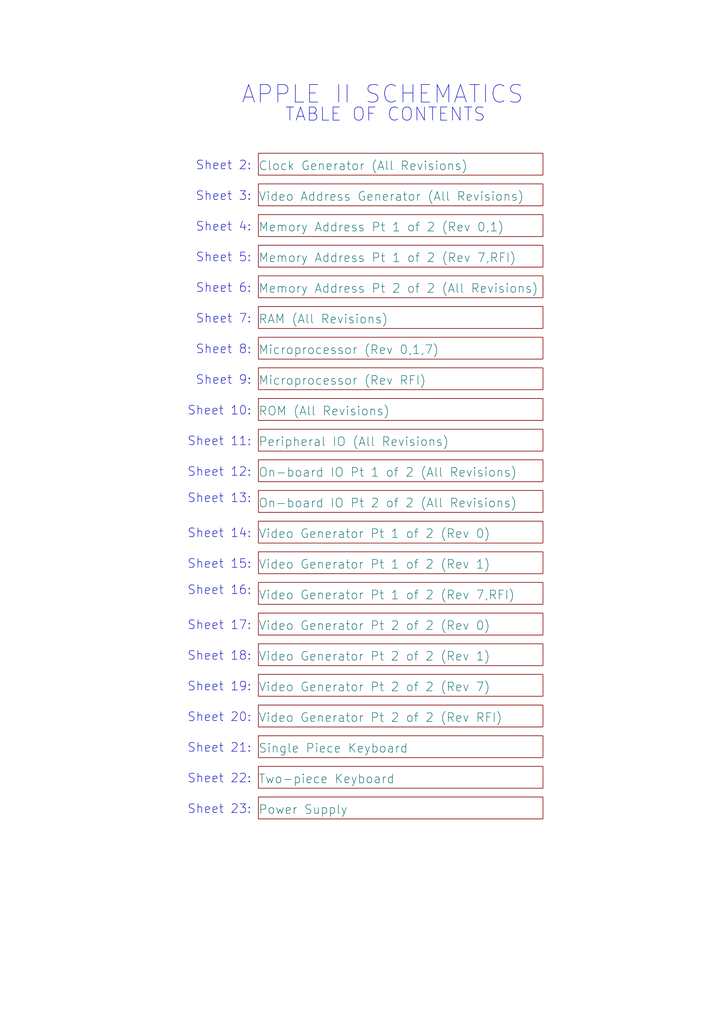
<source format=kicad_sch>
(kicad_sch (version 20211123) (generator eeschema)
  (paper "A4" portrait)
  (title_block (title "Apple II Schematic Cover Sheet") (date "2022-07-11") (company "Apple Computers, Inc.") (comment 1 "Original schematic by Apple Computers") (comment 2 "https://github.com/omega9380/Retro-Schematics") (comment 3 "Replication by Omega9380 - July 2022") (comment 4 "Source: The Apple II Circuit Description by W. Gayler"))
  (lib_symbols)
  (text "Sheet 12: " (at 74.93 138.43 180) (effects (font (size 2.54 2.54)) (justify right bottom)))
  (text "Sheet 23: " (at 74.93 236.22 180) (effects (font (size 2.54 2.54)) (justify right bottom)))
  (text "Sheet 2: " (at 74.93 49.53 180) (effects (font (size 2.54 2.54)) (justify right bottom)))
  (text "TABLE OF CONTENTS" (at 82.55 35.56 0) (effects (font (size 3.81 3.81)) (justify left bottom)))
  (text "Sheet 7: " (at 74.93 93.98 180) (effects (font (size 2.54 2.54)) (justify right bottom)))
  (text "Sheet 17: " (at 74.93 182.88 180) (effects (font (size 2.54 2.54)) (justify right bottom)))
  (text "Sheet 9: " (at 74.93 111.76 180) (effects (font (size 2.54 2.54)) (justify right bottom)))
  (text "Sheet 21: " (at 74.93 218.44 180) (effects (font (size 2.54 2.54)) (justify right bottom)))
  (text "Sheet 11: " (at 74.93 129.54 180) (effects (font (size 2.54 2.54)) (justify right bottom)))
  (text "Sheet 14: " (at 74.93 156.21 180) (effects (font (size 2.54 2.54)) (justify right bottom)))
  (text "Sheet 6: " (at 74.93 85.09 180) (effects (font (size 2.54 2.54)) (justify right bottom)))
  (text "Sheet 22: " (at 74.93 227.33 180) (effects (font (size 2.54 2.54)) (justify right bottom)))
  (text "Sheet 8: " (at 74.93 102.87 180) (effects (font (size 2.54 2.54)) (justify right bottom)))
  (text "Sheet 3: " (at 74.93 58.42 180) (effects (font (size 2.54 2.54)) (justify right bottom)))
  (text "Sheet 18: " (at 74.93 191.77 180) (effects (font (size 2.54 2.54)) (justify right bottom)))
  (text "Sheet 15: " (at 74.93 165.1 180) (effects (font (size 2.54 2.54)) (justify right bottom)))
  (text "Sheet 16: " (at 74.93 172.72 180) (effects (font (size 2.54 2.54)) (justify right bottom)))
  (text "Sheet 4: " (at 74.93 67.31 180) (effects (font (size 2.54 2.54)) (justify right bottom)))
  (text "Sheet 10: " (at 74.93 120.65 180) (effects (font (size 2.54 2.54)) (justify right bottom)))
  (text "APPLE II SCHEMATICS" (at 69.85 30.48 0) (effects (font (size 5.08 5.08)) (justify left bottom)))
  (text "Sheet 19: " (at 74.93 200.66 180) (effects (font (size 2.54 2.54)) (justify right bottom)))
  (text "Sheet 20: " (at 74.93 209.55 180) (effects (font (size 2.54 2.54)) (justify right bottom)))
  (text "Sheet 5: " (at 74.93 76.2 180) (effects (font (size 2.54 2.54)) (justify right bottom)))
  (text "Sheet 13: " (at 74.93 146.05 180) (effects (font (size 2.54 2.54)) (justify right bottom)))
  (sheet (at 74.93 97.79) (size 82.55 6.35) (stroke (width 0.1524))
    (property "Sheet name" "Microprocessor (Rev 0,1,7)" (at 74.93 102.87 0) (effects (font (size 2.54 2.54)) (justify left bottom)))
    (property "Sheet file" "Apple II - Microprocessor (Rev 0,1,7).kicad_sch" (effects hide))
  )
  (sheet (at 74.93 177.8) (size 82.55 6.35) (stroke (width 0.1524))
    (property "Sheet name" "Video Generator Pt 2 of 2 (Rev 0)" (at 74.93 182.88 0) (effects (font (size 2.54 2.54)) (justify left bottom)))
    (property "Sheet file" "Apple II - Video Generator Pt 2 of 2 (Rev 0).kicad_sch" (effects hide))
  )
  (sheet (at 74.93 115.57) (size 82.55 6.35) (stroke (width 0.1524))
    (property "Sheet name" "ROM (All Revisions)" (at 74.93 120.65 0) (effects (font (size 2.54 2.54)) (justify left bottom)))
    (property "Sheet file" "Apple II - ROM (All Revisions).kicad_sch" (effects hide))
  )
  (sheet (at 74.93 186.69) (size 82.55 6.35) (stroke (width 0.1524))
    (property "Sheet name" "Video Generator Pt 2 of 2 (Rev 1)" (at 74.93 191.77 0) (effects (font (size 2.54 2.54)) (justify left bottom)))
    (property "Sheet file" "Apple II - Video Generator Pt 2 of 2 (Rev 1).kicad_sch" (effects hide))
  )
  (sheet (at 74.93 168.91) (size 82.55 6.35) (stroke (width 0.1524))
    (property "Sheet name" "Video Generator Pt 1 of 2 (Rev 7,RFI)" (at 74.93 173.99 0) (effects (font (size 2.54 2.54)) (justify left bottom)))
    (property "Sheet file" "Apple II - Video Generator Pt 1 of 2 (Rev 7,RFI).kicad_sch" (effects hide))
  )
  (sheet (at 74.93 151.13) (size 82.55 6.35) (stroke (width 0.1524))
    (property "Sheet name" "Video Generator Pt 1 of 2 (Rev 0)" (at 74.93 156.21 0) (effects (font (size 2.54 2.54)) (justify left bottom)))
    (property "Sheet file" "Apple II - Video Generator Pt 1 of 2 (Rev 0).kicad_sch" (effects hide))
  )
  (sheet (at 74.93 80.01) (size 82.55 6.35) (stroke (width 0.1524))
    (property "Sheet name" "Memory Address Pt 2 of 2 (All Revisions)" (at 74.93 85.09 0) (effects (font (size 2.54 2.54)) (justify left bottom)))
    (property "Sheet file" "Apple II - Memory Address Pt 2 of 2 (All Revisions).kicad_sch" (effects hide))
  )
  (sheet (at 74.93 88.9) (size 82.55 6.35) (stroke (width 0.1524))
    (property "Sheet name" "RAM (All Revisions)" (at 74.93 93.98 0) (effects (font (size 2.54 2.54)) (justify left bottom)))
    (property "Sheet file" "Apple II - RAM (All Revisions).kicad_sch" (effects hide))
  )
  (sheet (at 74.93 204.47) (size 82.55 6.35) (stroke (width 0.1524))
    (property "Sheet name" "Video Generator Pt 2 of 2 (Rev RFI)" (at 74.93 209.55 0) (effects (font (size 2.54 2.54)) (justify left bottom)))
    (property "Sheet file" "Apple II - Video Generator Pt 2 of 2 (Rev RFI).kicad_sch" (effects hide))
  )
  (sheet (at 74.93 195.58) (size 82.55 6.35) (stroke (width 0.1524))
    (property "Sheet name" "Video Generator Pt 2 of 2 (Rev 7)" (at 74.93 200.66 0) (effects (font (size 2.54 2.54)) (justify left bottom)))
    (property "Sheet file" "Apple II - Video Generator Pt 2 of 2 (Rev 7).kicad_sch" (effects hide))
  )
  (sheet (at 74.93 71.12) (size 82.55 6.35) (stroke (width 0.1524))
    (property "Sheet name" "Memory Address Pt 1 of 2 (Rev 7,RFI)" (at 74.93 76.2 0) (effects (font (size 2.54 2.54)) (justify left bottom)))
    (property "Sheet file" "Apple II - Memory Address Pt 1 of 2 (Rev 7,RFI).kicad_sch" (effects hide))
  )
  (sheet (at 74.93 44.45) (size 82.55 6.35) (stroke (width 0.1524))
    (property "Sheet name" "Clock Generator (All Revisions)" (at 74.93 49.53 0) (effects (font (size 2.54 2.54)) (justify left bottom)))
    (property "Sheet file" "Apple II - Clock Generator (all revisions).kicad_sch" (effects hide))
  )
  (sheet (at 74.93 213.36) (size 82.55 6.35) (stroke (width 0.1524))
    (property "Sheet name" "Single Piece Keyboard" (at 74.93 218.44 0) (effects (font (size 2.54 2.54)) (justify left bottom)))
    (property "Sheet file" "Apple II - Single Piece Keyboard.kicad_sch" (effects hide))
  )
  (sheet (at 74.93 142.24) (size 82.55 6.35) (stroke (width 0.1524))
    (property "Sheet name" "On-board IO Pt 2 of 2 (All Revisions)" (at 74.93 147.32 0) (effects (font (size 2.54 2.54)) (justify left bottom)))
    (property "Sheet file" "Apple II - On-board IO Pt 2 of 2 (All Revisions).kicad_sch" (effects hide))
  )
  (sheet (at 74.93 160.02) (size 82.55 6.35) (stroke (width 0.1524))
    (property "Sheet name" "Video Generator Pt 1 of 2 (Rev 1)" (at 74.93 165.1 0) (effects (font (size 2.54 2.54)) (justify left bottom)))
    (property "Sheet file" "Apple II - Video Generator Pt 1 of 2 (Rev 1).kicad_sch" (effects hide))
  )
  (sheet (at 74.93 62.23) (size 82.55 6.35) (stroke (width 0.1524))
    (property "Sheet name" "Memory Address Pt 1 of 2 (Rev 0,1)" (at 74.93 67.31 0) (effects (font (size 2.54 2.54)) (justify left bottom)))
    (property "Sheet file" "Apple II - Memory Address Pt 1 of 2 (Rev 0,1).kicad_sch" (effects hide))
  )
  (sheet (at 74.93 106.68) (size 82.55 6.35) (stroke (width 0.1524))
    (property "Sheet name" "Microprocessor (Rev RFI)" (at 74.93 111.76 0) (effects (font (size 2.54 2.54)) (justify left bottom)))
    (property "Sheet file" "Apple II - Microprocessor (Rev RFI).kicad_sch" (effects hide))
  )
  (sheet (at 74.93 133.35) (size 82.55 6.35) (stroke (width 0.1524))
    (property "Sheet name" "On-board IO Pt 1 of 2 (All Revisions)" (at 74.93 138.43 0) (effects (font (size 2.54 2.54)) (justify left bottom)))
    (property "Sheet file" "Apple II - On-board IO Pt 1 of 2 (All Revisions).kicad_sch" (effects hide))
  )
  (sheet (at 74.93 53.34) (size 82.55 6.35) (stroke (width 0.1524))
    (property "Sheet name" "Video Address Generator (All Revisions)" (at 74.93 58.42 0) (effects (font (size 2.54 2.54)) (justify left bottom)))
    (property "Sheet file" "Apple II - Video Address Generator (all revisions).kicad_sch" (effects hide))
  )
  (sheet (at 74.93 231.14) (size 82.55 6.35) (stroke (width 0.1524))
    (property "Sheet name" "Power Supply" (at 74.93 236.22 0) (effects (font (size 2.54 2.54)) (justify left bottom)))
    (property "Sheet file" "Apple II - Power Supply.kicad_sch" (at 74.93 235.0266 0) (effects (font (size 0 0)) (justify left top)))
  )
  (sheet (at 74.93 124.46) (size 82.55 6.35) (stroke (width 0.1524))
    (property "Sheet name" "Peripheral IO (All Revisions)" (at 74.93 129.54 0) (effects (font (size 2.54 2.54)) (justify left bottom)))
    (property "Sheet file" "Apple II - Peripheral IO (All Revisions).kicad_sch" (effects hide))
  )
  (sheet (at 74.93 222.25) (size 82.55 6.35) (stroke (width 0.1524))
    (property "Sheet name" "Two-piece Keyboard" (at 74.93 227.33 0) (effects (font (size 2.54 2.54)) (justify left bottom)))
    (property "Sheet file" "Apple II - Two-piece Keyboard.kicad_sch" (effects hide))
  )
)
</source>
